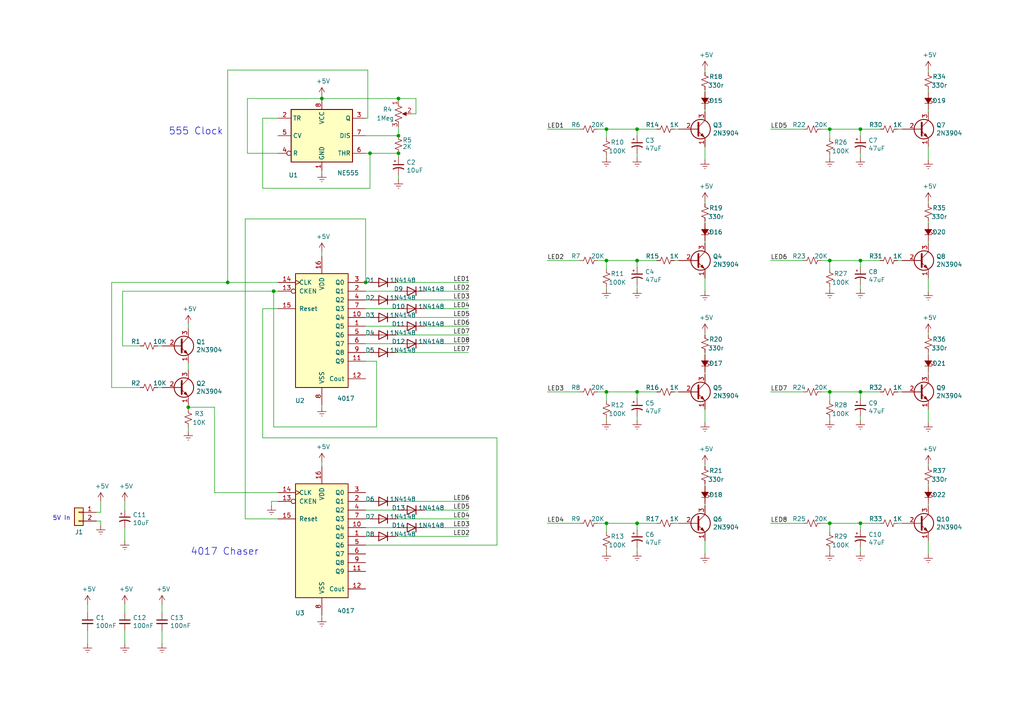
<source format=kicad_sch>
(kicad_sch (version 20250114) (generator "eeschema") (generator_version "9.0")
  (paper "A4")
  (title_block (title "4017 LED Scanner") (date "2020-11-24") (rev "1.0") (company "Gadget Reboot") (comment 1 "https://www.youtube.com/gadgetreboot") (comment 2 "https://github.com/GadgetReboot/4017_LED_Scanner"))
  (text "5V In" (at 15.24 151.13 0) (effects (font (size 1.27 1.27)) (justify left bottom)))
  (text "555 Clock" (at 48.895 39.37 0) (effects (font (size 2.032 2.032)) (justify left bottom)))
  (text "4017 Chaser" (at 55.245 161.29 0) (effects (font (size 2.032 2.032)) (justify left bottom)))
  (junction (at 240.665 75.565))
  (junction (at 184.785 113.665))
  (junction (at 184.785 37.465))
  (junction (at 115.57 39.37))
  (junction (at 115.57 44.45))
  (junction (at 240.665 113.665))
  (junction (at 240.665 37.465))
  (junction (at 79.375 84.455))
  (junction (at 175.895 37.465))
  (junction (at 184.785 75.565))
  (junction (at 249.555 37.465))
  (junction (at 175.895 75.565))
  (junction (at 106.045 81.915))
  (junction (at 249.555 151.765))
  (junction (at 93.345 28.575))
  (junction (at 107.315 44.45))
  (junction (at 54.61 118.11))
  (junction (at 175.895 151.765))
  (junction (at 249.555 75.565))
  (junction (at 249.555 113.665))
  (junction (at 175.895 113.665))
  (junction (at 115.57 28.575))
  (junction (at 184.785 151.765))
  (junction (at 240.665 151.765))
  (junction (at 66.04 81.915))
  (wire (pts (xy 269.24 20.955) (xy 269.24 20.32)))
  (wire (pts (xy 114.935 145.415) (xy 135.89 145.415)))
  (wire (pts (xy 144.145 158.115) (xy 106.045 158.115)))
  (wire (pts (xy 238.125 75.565) (xy 240.665 75.565)))
  (wire (pts (xy 36.195 177.8) (xy 36.195 175.26)))
  (wire (pts (xy 71.755 28.575) (xy 93.345 28.575)))
  (wire (pts (xy 249.555 121.92) (xy 249.555 120.65)))
  (wire (pts (xy 46.99 177.8) (xy 46.99 175.26)))
  (wire (pts (xy 260.35 151.765) (xy 261.62 151.765)))
  (wire (pts (xy 249.555 153.67) (xy 249.555 151.765)))
  (wire (pts (xy 175.895 78.105) (xy 175.895 75.565)))
  (wire (pts (xy 115.57 89.535) (xy 106.045 89.535)))
  (wire (pts (xy 46.99 186.69) (xy 46.99 182.88)))
  (wire (pts (xy 114.935 97.155) (xy 135.89 97.155)))
  (wire (pts (xy 175.895 151.765) (xy 184.785 151.765)))
  (wire (pts (xy 107.315 150.495) (xy 106.045 150.495)))
  (wire (pts (xy 260.35 75.565) (xy 261.62 75.565)))
  (wire (pts (xy 158.75 37.465) (xy 168.275 37.465)))
  (wire (pts (xy 204.47 64.77) (xy 204.47 64.135)))
  (wire (pts (xy 269.24 59.055) (xy 269.24 58.42)))
  (wire (pts (xy 175.895 45.72) (xy 175.895 45.085)))
  (wire (pts (xy 175.895 116.205) (xy 175.895 113.665)))
  (wire (pts (xy 93.345 28.575) (xy 93.345 27.94)))
  (wire (pts (xy 204.47 140.97) (xy 204.47 140.335)))
  (wire (pts (xy 107.315 86.995) (xy 106.045 86.995)))
  (wire (pts (xy 114.935 155.575) (xy 135.89 155.575)))
  (wire (pts (xy 184.785 39.37) (xy 184.785 37.465)))
  (wire (pts (xy 204.47 102.87) (xy 204.47 102.235)))
  (wire (pts (xy 175.895 121.92) (xy 175.895 121.285)))
  (wire (pts (xy 76.2 54.61) (xy 107.315 54.61)))
  (wire (pts (xy 106.68 20.32) (xy 66.04 20.32)))
  (wire (pts (xy 79.375 123.825) (xy 79.375 84.455)))
  (wire (pts (xy 184.785 151.765) (xy 190.5 151.765)))
  (wire (pts (xy 269.24 97.155) (xy 269.24 96.52)))
  (wire (pts (xy 204.47 46.355) (xy 204.47 42.545)))
  (wire (pts (xy 123.19 94.615) (xy 135.89 94.615)))
  (wire (pts (xy 240.665 37.465) (xy 249.555 37.465)))
  (wire (pts (xy 269.24 84.455) (xy 269.24 80.645)))
  (wire (pts (xy 93.345 135.255) (xy 93.345 133.985)))
  (wire (pts (xy 107.315 155.575) (xy 106.045 155.575)))
  (wire (pts (xy 204.47 146.05) (xy 204.47 146.685)))
  (wire (pts (xy 269.24 107.95) (xy 269.24 108.585)))
  (wire (pts (xy 107.315 97.155) (xy 106.045 97.155)))
  (wire (pts (xy 80.645 44.45) (xy 71.755 44.45)))
  (wire (pts (xy 249.555 83.82) (xy 249.555 82.55)))
  (wire (pts (xy 204.47 31.75) (xy 204.47 32.385)))
  (wire (pts (xy 106.68 20.32) (xy 106.68 34.29)))
  (wire (pts (xy 123.19 84.455) (xy 135.89 84.455)))
  (wire (pts (xy 123.19 147.955) (xy 135.89 147.955)))
  (wire (pts (xy 223.52 113.665) (xy 233.045 113.665)))
  (wire (pts (xy 175.895 113.665) (xy 184.785 113.665)))
  (wire (pts (xy 80.645 81.915) (xy 66.04 81.915)))
  (wire (pts (xy 195.58 151.765) (xy 196.85 151.765)))
  (wire (pts (xy 119.38 33.02) (xy 120.65 33.02)))
  (wire (pts (xy 54.61 118.11) (xy 54.61 118.745)))
  (wire (pts (xy 107.315 92.075) (xy 106.045 92.075)))
  (wire (pts (xy 238.125 113.665) (xy 240.665 113.665)))
  (wire (pts (xy 93.345 179.07) (xy 93.345 178.435)))
  (wire (pts (xy 66.04 81.915) (xy 32.385 81.915)))
  (wire (pts (xy 184.785 83.82) (xy 184.785 82.55)))
  (wire (pts (xy 204.47 26.67) (xy 204.47 26.035)))
  (wire (pts (xy 269.24 26.67) (xy 269.24 26.035)))
  (wire (pts (xy 80.645 145.415) (xy 78.74 145.415)))
  (wire (pts (xy 240.665 121.92) (xy 240.665 121.285)))
  (wire (pts (xy 45.72 112.395) (xy 46.99 112.395)))
  (wire (pts (xy 204.47 69.85) (xy 204.47 70.485)))
  (wire (pts (xy 249.555 39.37) (xy 249.555 37.465)))
  (wire (pts (xy 115.57 36.83) (xy 115.57 39.37)))
  (wire (pts (xy 36.195 186.69) (xy 36.195 182.88)))
  (wire (pts (xy 249.555 151.765) (xy 255.27 151.765)))
  (wire (pts (xy 93.345 29.21) (xy 93.345 28.575)))
  (wire (pts (xy 27.94 151.13) (xy 29.21 151.13)))
  (wire (pts (xy 114.935 86.995) (xy 135.89 86.995)))
  (wire (pts (xy 93.345 50.165) (xy 93.345 49.53)))
  (wire (pts (xy 115.57 44.45) (xy 107.315 44.45)))
  (wire (pts (xy 240.665 45.72) (xy 240.665 45.085)))
  (wire (pts (xy 184.785 113.665) (xy 190.5 113.665)))
  (wire (pts (xy 249.555 37.465) (xy 255.27 37.465)))
  (wire (pts (xy 269.24 160.655) (xy 269.24 156.845)))
  (wire (pts (xy 184.785 37.465) (xy 190.5 37.465)))
  (wire (pts (xy 54.61 117.475) (xy 54.61 118.11)))
  (wire (pts (xy 238.125 37.465) (xy 240.665 37.465)))
  (wire (pts (xy 114.935 102.235) (xy 135.89 102.235)))
  (wire (pts (xy 240.665 40.005) (xy 240.665 37.465)))
  (wire (pts (xy 158.75 151.765) (xy 168.275 151.765)))
  (wire (pts (xy 123.19 89.535) (xy 135.89 89.535)))
  (wire (pts (xy 144.145 127) (xy 144.145 158.115)))
  (wire (pts (xy 120.65 28.575) (xy 115.57 28.575)))
  (wire (pts (xy 93.345 74.295) (xy 93.345 73.025)))
  (wire (pts (xy 184.785 160.02) (xy 184.785 158.75)))
  (wire (pts (xy 249.555 45.72) (xy 249.555 44.45)))
  (wire (pts (xy 184.785 77.47) (xy 184.785 75.565)))
  (wire (pts (xy 123.19 99.695) (xy 135.89 99.695)))
  (wire (pts (xy 115.57 99.695) (xy 106.045 99.695)))
  (wire (pts (xy 204.47 59.055) (xy 204.47 58.42)))
  (wire (pts (xy 80.645 34.29) (xy 76.2 34.29)))
  (wire (pts (xy 25.4 177.8) (xy 25.4 175.26)))
  (wire (pts (xy 223.52 151.765) (xy 233.045 151.765)))
  (wire (pts (xy 204.47 135.255) (xy 204.47 134.62)))
  (wire (pts (xy 175.895 37.465) (xy 184.785 37.465)))
  (wire (pts (xy 106.045 39.37) (xy 115.57 39.37)))
  (wire (pts (xy 114.935 92.075) (xy 135.89 92.075)))
  (wire (pts (xy 40.64 100.33) (xy 35.56 100.33)))
  (wire (pts (xy 35.56 84.455) (xy 79.375 84.455)))
  (wire (pts (xy 115.57 52.07) (xy 115.57 50.8)))
  (wire (pts (xy 36.195 156.845) (xy 36.195 153.035)))
  (wire (pts (xy 80.645 150.495) (xy 71.12 150.495)))
  (wire (pts (xy 54.61 125.095) (xy 54.61 123.825)))
  (wire (pts (xy 238.125 151.765) (xy 240.665 151.765)))
  (wire (pts (xy 109.22 104.775) (xy 109.22 123.825)))
  (wire (pts (xy 106.045 63.5) (xy 106.045 81.915)))
  (wire (pts (xy 223.52 37.465) (xy 233.045 37.465)))
  (wire (pts (xy 240.665 160.02) (xy 240.665 159.385)))
  (wire (pts (xy 249.555 77.47) (xy 249.555 75.565)))
  (wire (pts (xy 107.315 81.915) (xy 106.045 81.915)))
  (wire (pts (xy 240.665 154.305) (xy 240.665 151.765)))
  (wire (pts (xy 76.2 89.535) (xy 76.2 127)))
  (wire (pts (xy 204.47 97.155) (xy 204.47 96.52)))
  (wire (pts (xy 62.23 142.875) (xy 62.23 118.11)))
  (wire (pts (xy 107.315 145.415) (xy 106.045 145.415)))
  (wire (pts (xy 240.665 75.565) (xy 249.555 75.565)))
  (wire (pts (xy 109.22 123.825) (xy 79.375 123.825)))
  (wire (pts (xy 54.61 105.41) (xy 54.61 107.315)))
  (wire (pts (xy 115.57 153.035) (xy 106.045 153.035)))
  (wire (pts (xy 32.385 81.915) (xy 32.385 112.395)))
  (wire (pts (xy 173.355 113.665) (xy 175.895 113.665)))
  (wire (pts (xy 173.355 151.765) (xy 175.895 151.765)))
  (wire (pts (xy 115.57 45.72) (xy 115.57 44.45)))
  (wire (pts (xy 115.57 94.615) (xy 106.045 94.615)))
  (wire (pts (xy 175.895 83.82) (xy 175.895 83.185)))
  (wire (pts (xy 32.385 112.395) (xy 40.64 112.395)))
  (wire (pts (xy 173.355 75.565) (xy 175.895 75.565)))
  (wire (pts (xy 29.21 145.415) (xy 29.21 148.59)))
  (wire (pts (xy 260.35 37.465) (xy 261.62 37.465)))
  (wire (pts (xy 107.315 44.45) (xy 107.315 54.61)))
  (wire (pts (xy 184.785 45.72) (xy 184.785 44.45)))
  (wire (pts (xy 269.24 46.355) (xy 269.24 42.545)))
  (wire (pts (xy 269.24 31.75) (xy 269.24 32.385)))
  (wire (pts (xy 269.24 102.87) (xy 269.24 102.235)))
  (wire (pts (xy 120.65 33.02) (xy 120.65 28.575)))
  (wire (pts (xy 269.24 135.255) (xy 269.24 134.62)))
  (wire (pts (xy 115.57 84.455) (xy 106.045 84.455)))
  (wire (pts (xy 204.47 107.95) (xy 204.47 108.585)))
  (wire (pts (xy 175.895 40.005) (xy 175.895 37.465)))
  (wire (pts (xy 114.935 150.495) (xy 135.89 150.495)))
  (wire (pts (xy 269.24 122.555) (xy 269.24 118.745)))
  (wire (pts (xy 158.75 113.665) (xy 168.275 113.665)))
  (wire (pts (xy 29.21 151.13) (xy 29.21 152.4)))
  (wire (pts (xy 106.045 104.775) (xy 109.22 104.775)))
  (wire (pts (xy 269.24 146.05) (xy 269.24 146.685)))
  (wire (pts (xy 114.935 81.915) (xy 135.89 81.915)))
  (wire (pts (xy 173.355 37.465) (xy 175.895 37.465)))
  (wire (pts (xy 175.895 154.305) (xy 175.895 151.765)))
  (wire (pts (xy 249.555 160.02) (xy 249.555 158.75)))
  (wire (pts (xy 260.35 113.665) (xy 261.62 113.665)))
  (wire (pts (xy 223.52 75.565) (xy 233.045 75.565)))
  (wire (pts (xy 71.12 150.495) (xy 71.12 63.5)))
  (wire (pts (xy 78.74 145.415) (xy 78.74 146.685)))
  (wire (pts (xy 195.58 75.565) (xy 196.85 75.565)))
  (wire (pts (xy 45.72 100.33) (xy 46.99 100.33)))
  (wire (pts (xy 76.2 127) (xy 144.145 127)))
  (wire (pts (xy 93.345 28.575) (xy 115.57 28.575)))
  (wire (pts (xy 107.315 44.45) (xy 106.045 44.45)))
  (wire (pts (xy 35.56 100.33) (xy 35.56 84.455)))
  (wire (pts (xy 195.58 37.465) (xy 196.85 37.465)))
  (wire (pts (xy 249.555 75.565) (xy 255.27 75.565)))
  (wire (pts (xy 27.94 148.59) (xy 29.21 148.59)))
  (wire (pts (xy 115.57 29.21) (xy 115.57 28.575)))
  (wire (pts (xy 115.57 147.955) (xy 106.045 147.955)))
  (wire (pts (xy 123.19 153.035) (xy 135.89 153.035)))
  (wire (pts (xy 269.24 140.97) (xy 269.24 140.335)))
  (wire (pts (xy 71.12 63.5) (xy 106.045 63.5)))
  (wire (pts (xy 175.895 75.565) (xy 184.785 75.565)))
  (wire (pts (xy 204.47 122.555) (xy 204.47 118.745)))
  (wire (pts (xy 71.755 44.45) (xy 71.755 28.575)))
  (wire (pts (xy 107.315 102.235) (xy 106.045 102.235)))
  (wire (pts (xy 240.665 83.82) (xy 240.665 83.185)))
  (wire (pts (xy 80.645 142.875) (xy 62.23 142.875)))
  (wire (pts (xy 204.47 84.455) (xy 204.47 80.645)))
  (wire (pts (xy 240.665 116.205) (xy 240.665 113.665)))
  (wire (pts (xy 62.23 118.11) (xy 54.61 118.11)))
  (wire (pts (xy 240.665 151.765) (xy 249.555 151.765)))
  (wire (pts (xy 158.75 75.565) (xy 168.275 75.565)))
  (wire (pts (xy 204.47 160.655) (xy 204.47 156.845)))
  (wire (pts (xy 184.785 121.92) (xy 184.785 120.65)))
  (wire (pts (xy 204.47 20.955) (xy 204.47 20.32)))
  (wire (pts (xy 249.555 115.57) (xy 249.555 113.665)))
  (wire (pts (xy 195.58 113.665) (xy 196.85 113.665)))
  (wire (pts (xy 269.24 64.77) (xy 269.24 64.135)))
  (wire (pts (xy 175.895 160.02) (xy 175.895 159.385)))
  (wire (pts (xy 36.195 147.955) (xy 36.195 145.415)))
  (wire (pts (xy 184.785 115.57) (xy 184.785 113.665)))
  (wire (pts (xy 240.665 113.665) (xy 249.555 113.665)))
  (wire (pts (xy 66.04 20.32) (xy 66.04 81.915)))
  (wire (pts (xy 184.785 153.67) (xy 184.785 151.765)))
  (wire (pts (xy 269.24 69.85) (xy 269.24 70.485)))
  (wire (pts (xy 79.375 84.455) (xy 80.645 84.455)))
  (wire (pts (xy 249.555 113.665) (xy 255.27 113.665)))
  (wire (pts (xy 80.645 89.535) (xy 76.2 89.535)))
  (wire (pts (xy 184.785 75.565) (xy 190.5 75.565)))
  (wire (pts (xy 240.665 78.105) (xy 240.665 75.565)))
  (wire (pts (xy 25.4 186.69) (xy 25.4 182.88)))
  (wire (pts (xy 93.345 118.11) (xy 93.345 117.475)))
  (wire (pts (xy 54.61 93.98) (xy 54.61 95.25)))
  (wire (pts (xy 76.2 34.29) (xy 76.2 54.61)))
  (wire (pts (xy 106.68 34.29) (xy 106.045 34.29)))
  (label "LED1" (at 158.75 37.465 0))
  (label "LED5" (at 223.52 37.465 0))
  (label "LED3" (at 131.445 86.995 0))
  (label "LED3" (at 158.75 113.665 0))
  (label "LED4" (at 158.75 151.765 0))
  (label "LED6" (at 131.445 94.615 0))
  (label "LED4" (at 131.445 150.495 0))
  (label "LED8" (at 223.52 151.765 0))
  (label "LED5" (at 131.445 147.955 0))
  (label "LED7" (at 131.445 97.155 0))
  (label "LED6" (at 223.52 75.565 0))
  (label "LED8" (at 131.445 99.695 0))
  (label "LED2" (at 131.445 84.455 0))
  (label "LED2" (at 158.75 75.565 0))
  (label "LED1" (at 131.445 81.915 0))
  (label "LED7" (at 131.445 102.235 0))
  (label "LED2" (at 131.445 155.575 0))
  (label "LED3" (at 131.445 153.035 0))
  (label "LED7" (at 223.52 113.665 0))
  (label "LED5" (at 131.445 92.075 0))
  (label "LED4" (at 131.445 89.535 0))
  (label "LED6" (at 131.445 145.415 0))
  (symbol (lib_id "4017_LED_Scanner-rescue:LED_Small_ALT-Device") (at 204.47 29.21 270) (mirror x) (unit 1)
    (property "Reference" "D15" (at 207.645 29.21 90))
    (property "Value" "LED_Small_ALT" (effects (hide yes)))
    (property "Footprint" "LED_THT:LED_D5.0mm" (effects (hide yes)))
  )
  (symbol (lib_id "Device:R_Small_US") (at 204.47 23.495 180) (unit 1)
    (property "Reference" "R18" (at 207.645 22.225 0))
    (property "Value" "330r" (at 207.645 24.765 0))
    (property "Footprint" "Resistor_THT:R_Axial_DIN0207_L6.3mm_D2.5mm_P2.54mm_Vertical" (effects (hide yes)))
  )
  (symbol (lib_id "Connector_Generic:Conn_01x02") (at 22.86 148.59 0) (mirror y) (unit 1)
    (property "Reference" "J1" (at 24.13 154.305 0) (effects (justify left)))
    (property "Value" "Conn_01x02" (effects (hide yes)))
    (property "Footprint" "Connector_PinHeader_2.54mm:PinHeader_1x02_P2.54mm_Vertical" (effects (hide yes)))
  )
  (symbol (lib_id "4017_LED_Scanner-rescue:GNDREF-power") (at 29.21 152.4 0) (mirror y) (unit 1)
    (property "Reference" "#PWR01" (effects (hide yes)))
    (property "Value" "GNDREF" (effects (hide yes)))
  )
  (symbol (lib_id "Device:C_Small") (at 25.4 180.34 0) (unit 1)
    (property "Reference" "C1" (at 27.7368 179.1716 0) (effects (justify left)))
    (property "Value" "100nF" (at 27.7368 181.483 0) (effects (justify left)))
    (property "Footprint" "Capacitor_THT:C_Disc_D3.0mm_W1.6mm_P2.50mm" (effects (hide yes)))
  )
  (symbol (lib_id "4017_LED_Scanner-rescue:+5V-power") (at 25.4 175.26 0) (unit 1)
    (property "Reference" "#PWR02" (effects (hide yes)))
    (property "Value" "+5V" (at 25.781 170.8658 0))
  )
  (symbol (lib_id "4017_LED_Scanner-rescue:+5V-power") (at 204.47 20.32 0) (unit 1)
    (property "Reference" "#PWR022" (effects (hide yes)))
    (property "Value" "+5V" (at 204.851 15.9258 0))
  )
  (symbol (lib_id "Transistor_BJT:2N3904") (at 201.93 37.465 0) (unit 1)
    (property "Reference" "Q3" (at 206.756 36.2966 0) (effects (justify left)))
    (property "Value" "2N3904" (at 206.756 38.608 0) (effects (justify left)))
    (property "Footprint" "Package_TO_SOT_THT:TO-92L_Inline" (effects (hide yes)))
    (property "Datasheet" "https://www.fairchildsemi.com/datasheets/2N/2N3904.pdf" (effects (hide yes)))
  )
  (symbol (lib_id "Device:R_Small_US") (at 193.04 37.465 270) (unit 1)
    (property "Reference" "R14" (at 189.23 36.195 90))
    (property "Value" "1K" (at 195.58 36.195 90))
    (property "Footprint" "Resistor_THT:R_Axial_DIN0207_L6.3mm_D2.5mm_P2.54mm_Vertical" (effects (hide yes)))
  )
  (symbol (lib_id "4017_LED_Scanner-rescue:NE555-Timer") (at 93.345 39.37 0) (unit 1)
    (property "Reference" "U1" (at 85.09 50.8 0))
    (property "Value" "NE555" (at 100.965 50.165 0))
    (property "Footprint" "Package_DIP:DIP-8_W7.62mm" (effects (hide yes)))
    (property "Datasheet" "http://www.ti.com/lit/ds/symlink/ne555.pdf" (effects (hide yes)))
  )
  (symbol (lib_id "4xxx:4017") (at 93.345 94.615 0) (unit 1)
    (property "Reference" "U2" (at 86.995 116.205 0))
    (property "Value" "4017" (at 100.33 115.57 0))
    (property "Footprint" "Package_DIP:DIP-16_W7.62mm" (effects (hide yes)))
    (property "Datasheet" "http://www.intersil.com/content/dam/Intersil/documents/cd40/cd4017bms-22bms.pdf" (effects (hide yes)))
  )
  (symbol (lib_id "4xxx:4017") (at 93.345 155.575 0) (unit 1)
    (property "Reference" "U3" (at 86.995 177.8 0))
    (property "Value" "4017" (at 100.33 177.165 0))
    (property "Footprint" "Package_DIP:DIP-16_W7.62mm" (effects (hide yes)))
    (property "Datasheet" "http://www.intersil.com/content/dam/Intersil/documents/cd40/cd4017bms-22bms.pdf" (effects (hide yes)))
  )
  (symbol (lib_id "4017_LED_Scanner-rescue:GNDREF-power") (at 204.47 46.355 0) (mirror y) (unit 1)
    (property "Reference" "#PWR023" (effects (hide yes)))
    (property "Value" "GNDREF" (effects (hide yes)))
  )
  (symbol (lib_id "4017_LED_Scanner-rescue:CP1_Small-Device") (at 184.785 41.91 0) (unit 1)
    (property "Reference" "C3" (at 187.0964 40.7416 0) (effects (justify left)))
    (property "Value" "47uF" (at 187.0964 43.053 0) (effects (justify left)))
    (property "Footprint" "Capacitor_THT:CP_Radial_D5.0mm_P2.50mm" (effects (hide yes)))
  )
  (symbol (lib_id "Diode:1N4148") (at 111.125 81.915 180) (unit 1)
    (property "Reference" "D1" (at 107.315 81.28 0))
    (property "Value" "1N4148" (at 116.84 81.28 0))
    (property "Footprint" "Diode_THT:D_DO-35_SOD27_P3.81mm_Vertical_KathodeUp" (effects (hide yes)))
    (property "Datasheet" "https://assets.nexperia.com/documents/data-sheet/1N4148_1N4448.pdf" (effects (hide yes)))
  )
  (symbol (lib_id "4017_LED_Scanner-rescue:GNDREF-power") (at 184.785 45.72 0) (mirror y) (unit 1)
    (property "Reference" "#PWR018" (effects (hide yes)))
    (property "Value" "GNDREF" (effects (hide yes)))
  )
  (symbol (lib_id "Device:R_Small_US") (at 170.815 37.465 270) (unit 1)
    (property "Reference" "R6" (at 167.005 36.195 90))
    (property "Value" "20K" (at 173.355 36.195 90))
    (property "Footprint" "Resistor_THT:R_Axial_DIN0207_L6.3mm_D2.5mm_P2.54mm_Vertical" (effects (hide yes)))
  )
  (symbol (lib_id "Device:R_Small_US") (at 175.895 42.545 180) (unit 1)
    (property "Reference" "R10" (at 179.07 41.275 0))
    (property "Value" "100K" (at 179.07 43.815 0))
    (property "Footprint" "Resistor_THT:R_Axial_DIN0207_L6.3mm_D2.5mm_P2.54mm_Vertical" (effects (hide yes)))
  )
  (symbol (lib_id "4017_LED_Scanner-rescue:GNDREF-power") (at 175.895 45.72 0) (mirror y) (unit 1)
    (property "Reference" "#PWR014" (effects (hide yes)))
    (property "Value" "GNDREF" (effects (hide yes)))
  )
  (symbol (lib_id "Diode:1N4148") (at 119.38 84.455 180) (unit 1)
    (property "Reference" "D9" (at 115.57 83.82 0))
    (property "Value" "1N4148" (at 125.095 83.82 0))
    (property "Footprint" "Diode_THT:D_DO-35_SOD27_P3.81mm_Vertical_KathodeUp" (effects (hide yes)))
    (property "Datasheet" "https://assets.nexperia.com/documents/data-sheet/1N4148_1N4448.pdf" (effects (hide yes)))
  )
  (symbol (lib_id "Diode:1N4148") (at 111.125 86.995 180) (unit 1)
    (property "Reference" "D2" (at 107.315 86.36 0))
    (property "Value" "1N4148" (at 116.84 86.36 0))
    (property "Footprint" "Diode_THT:D_DO-35_SOD27_P3.81mm_Vertical_KathodeUp" (effects (hide yes)))
    (property "Datasheet" "https://assets.nexperia.com/documents/data-sheet/1N4148_1N4448.pdf" (effects (hide yes)))
  )
  (symbol (lib_id "Diode:1N4148") (at 119.38 89.535 180) (unit 1)
    (property "Reference" "D10" (at 115.57 88.9 0))
    (property "Value" "1N4148" (at 125.095 88.9 0))
    (property "Footprint" "Diode_THT:D_DO-35_SOD27_P3.81mm_Vertical_KathodeUp" (effects (hide yes)))
    (property "Datasheet" "https://assets.nexperia.com/documents/data-sheet/1N4148_1N4448.pdf" (effects (hide yes)))
  )
  (symbol (lib_id "Diode:1N4148") (at 111.125 92.075 180) (unit 1)
    (property "Reference" "D3" (at 107.315 91.44 0))
    (property "Value" "1N4148" (at 116.84 91.44 0))
    (property "Footprint" "Diode_THT:D_DO-35_SOD27_P3.81mm_Vertical_KathodeUp" (effects (hide yes)))
    (property "Datasheet" "https://assets.nexperia.com/documents/data-sheet/1N4148_1N4448.pdf" (effects (hide yes)))
  )
  (symbol (lib_id "Diode:1N4148") (at 119.38 94.615 180) (unit 1)
    (property "Reference" "D11" (at 115.57 93.98 0))
    (property "Value" "1N4148" (at 125.095 93.98 0))
    (property "Footprint" "Diode_THT:D_DO-35_SOD27_P3.81mm_Vertical_KathodeUp" (effects (hide yes)))
    (property "Datasheet" "https://assets.nexperia.com/documents/data-sheet/1N4148_1N4448.pdf" (effects (hide yes)))
  )
  (symbol (lib_id "Diode:1N4148") (at 111.125 97.155 180) (unit 1)
    (property "Reference" "D4" (at 107.315 96.52 0))
    (property "Value" "1N4148" (at 116.84 96.52 0))
    (property "Footprint" "Diode_THT:D_DO-35_SOD27_P3.81mm_Vertical_KathodeUp" (effects (hide yes)))
    (property "Datasheet" "https://assets.nexperia.com/documents/data-sheet/1N4148_1N4448.pdf" (effects (hide yes)))
  )
  (symbol (lib_id "Diode:1N4148") (at 119.38 99.695 180) (unit 1)
    (property "Reference" "D12" (at 115.57 99.06 0))
    (property "Value" "1N4148" (at 125.095 99.06 0))
    (property "Footprint" "Diode_THT:D_DO-35_SOD27_P3.81mm_Vertical_KathodeUp" (effects (hide yes)))
    (property "Datasheet" "https://assets.nexperia.com/documents/data-sheet/1N4148_1N4448.pdf" (effects (hide yes)))
  )
  (symbol (lib_id "Diode:1N4148") (at 111.125 102.235 180) (unit 1)
    (property "Reference" "D5" (at 107.315 101.6 0))
    (property "Value" "1N4148" (at 116.84 101.6 0))
    (property "Footprint" "Diode_THT:D_DO-35_SOD27_P3.81mm_Vertical_KathodeUp" (effects (hide yes)))
    (property "Datasheet" "https://assets.nexperia.com/documents/data-sheet/1N4148_1N4448.pdf" (effects (hide yes)))
  )
  (symbol (lib_id "4017_LED_Scanner-rescue:+5V-power") (at 29.21 145.415 0) (unit 1)
    (property "Reference" "#PWR0101" (effects (hide yes)))
    (property "Value" "+5V" (at 29.591 141.0208 0))
  )
  (symbol (lib_id "Device:C_Small") (at 36.195 180.34 0) (unit 1)
    (property "Reference" "C12" (at 38.5318 179.1716 0) (effects (justify left)))
    (property "Value" "100nF" (at 38.5318 181.483 0) (effects (justify left)))
    (property "Footprint" "Capacitor_THT:C_Disc_D3.0mm_W1.6mm_P2.50mm" (effects (hide yes)))
  )
  (symbol (lib_id "4017_LED_Scanner-rescue:+5V-power") (at 36.195 175.26 0) (unit 1)
    (property "Reference" "#PWR0102" (effects (hide yes)))
    (property "Value" "+5V" (at 36.576 170.8658 0))
  )
  (symbol (lib_id "4017_LED_Scanner-rescue:GNDREF-power") (at 36.195 186.69 0) (mirror y) (unit 1)
    (property "Reference" "#PWR0103" (effects (hide yes)))
    (property "Value" "GNDREF" (effects (hide yes)))
  )
  (symbol (lib_id "Diode:1N4148") (at 111.125 145.415 180) (unit 1)
    (property "Reference" "D6" (at 107.315 144.78 0))
    (property "Value" "1N4148" (at 116.84 144.78 0))
    (property "Footprint" "Diode_THT:D_DO-35_SOD27_P3.81mm_Vertical_KathodeUp" (effects (hide yes)))
    (property "Datasheet" "https://assets.nexperia.com/documents/data-sheet/1N4148_1N4448.pdf" (effects (hide yes)))
  )
  (symbol (lib_id "Diode:1N4148") (at 119.38 147.955 180) (unit 1)
    (property "Reference" "D13" (at 115.57 147.32 0))
    (property "Value" "1N4148" (at 125.095 147.32 0))
    (property "Footprint" "Diode_THT:D_DO-35_SOD27_P3.81mm_Vertical_KathodeUp" (effects (hide yes)))
    (property "Datasheet" "https://assets.nexperia.com/documents/data-sheet/1N4148_1N4448.pdf" (effects (hide yes)))
  )
  (symbol (lib_id "Diode:1N4148") (at 111.125 150.495 180) (unit 1)
    (property "Reference" "D7" (at 107.315 149.86 0))
    (property "Value" "1N4148" (at 116.84 149.86 0))
    (property "Footprint" "Diode_THT:D_DO-35_SOD27_P3.81mm_Vertical_KathodeUp" (effects (hide yes)))
    (property "Datasheet" "https://assets.nexperia.com/documents/data-sheet/1N4148_1N4448.pdf" (effects (hide yes)))
  )
  (symbol (lib_id "Diode:1N4148") (at 119.38 153.035 180) (unit 1)
    (property "Reference" "D14" (at 115.57 152.4 0))
    (property "Value" "1N4148" (at 125.095 152.4 0))
    (property "Footprint" "Diode_THT:D_DO-35_SOD27_P3.81mm_Vertical_KathodeUp" (effects (hide yes)))
    (property "Datasheet" "https://assets.nexperia.com/documents/data-sheet/1N4148_1N4448.pdf" (effects (hide yes)))
  )
  (symbol (lib_id "Diode:1N4148") (at 111.125 155.575 180) (unit 1)
    (property "Reference" "D8" (at 107.315 154.94 0))
    (property "Value" "1N4148" (at 116.84 154.94 0))
    (property "Footprint" "Diode_THT:D_DO-35_SOD27_P3.81mm_Vertical_KathodeUp" (effects (hide yes)))
    (property "Datasheet" "https://assets.nexperia.com/documents/data-sheet/1N4148_1N4448.pdf" (effects (hide yes)))
  )
  (symbol (lib_id "Device:C_Small") (at 46.99 180.34 0) (unit 1)
    (property "Reference" "C13" (at 49.3268 179.1716 0) (effects (justify left)))
    (property "Value" "100nF" (at 49.3268 181.483 0) (effects (justify left)))
    (property "Footprint" "Capacitor_THT:C_Disc_D3.0mm_W1.6mm_P2.50mm" (effects (hide yes)))
  )
  (symbol (lib_id "4017_LED_Scanner-rescue:+5V-power") (at 46.99 175.26 0) (unit 1)
    (property "Reference" "#PWR0104" (effects (hide yes)))
    (property "Value" "+5V" (at 47.371 170.8658 0))
  )
  (symbol (lib_id "4017_LED_Scanner-rescue:GNDREF-power") (at 46.99 186.69 0) (mirror y) (unit 1)
    (property "Reference" "#PWR0105" (effects (hide yes)))
    (property "Value" "GNDREF" (effects (hide yes)))
  )
  (symbol (lib_id "4017_LED_Scanner-rescue:LED_Small_ALT-Device") (at 269.24 29.21 270) (mirror x) (unit 1)
    (property "Reference" "D19" (at 272.415 29.21 90))
    (property "Value" "LED_Small_ALT" (effects (hide yes)))
    (property "Footprint" "LED_THT:LED_D5.0mm" (effects (hide yes)))
  )
  (symbol (lib_id "Device:R_Small_US") (at 269.24 23.495 180) (unit 1)
    (property "Reference" "R34" (at 272.415 22.225 0))
    (property "Value" "330r" (at 272.415 24.765 0))
    (property "Footprint" "Resistor_THT:R_Axial_DIN0207_L6.3mm_D2.5mm_P2.54mm_Vertical" (effects (hide yes)))
  )
  (symbol (lib_id "4017_LED_Scanner-rescue:+5V-power") (at 269.24 20.32 0) (unit 1)
    (property "Reference" "#PWR038" (effects (hide yes)))
    (property "Value" "+5V" (at 269.621 15.9258 0))
  )
  (symbol (lib_id "Transistor_BJT:2N3904") (at 266.7 37.465 0) (unit 1)
    (property "Reference" "Q7" (at 271.526 36.2966 0) (effects (justify left)))
    (property "Value" "2N3904" (at 271.526 38.608 0) (effects (justify left)))
    (property "Footprint" "Package_TO_SOT_THT:TO-92L_Inline" (effects (hide yes)))
    (property "Datasheet" "https://www.fairchildsemi.com/datasheets/2N/2N3904.pdf" (effects (hide yes)))
  )
  (symbol (lib_id "Device:R_Small_US") (at 257.81 37.465 270) (unit 1)
    (property "Reference" "R30" (at 254 36.195 90))
    (property "Value" "1K" (at 260.35 36.195 90))
    (property "Footprint" "Resistor_THT:R_Axial_DIN0207_L6.3mm_D2.5mm_P2.54mm_Vertical" (effects (hide yes)))
  )
  (symbol (lib_id "4017_LED_Scanner-rescue:GNDREF-power") (at 269.24 46.355 0) (mirror y) (unit 1)
    (property "Reference" "#PWR039" (effects (hide yes)))
    (property "Value" "GNDREF" (effects (hide yes)))
  )
  (symbol (lib_id "4017_LED_Scanner-rescue:CP1_Small-Device") (at 249.555 41.91 0) (unit 1)
    (property "Reference" "C7" (at 251.8664 40.7416 0) (effects (justify left)))
    (property "Value" "47uF" (at 251.8664 43.053 0) (effects (justify left)))
    (property "Footprint" "Capacitor_THT:CP_Radial_D5.0mm_P2.50mm" (effects (hide yes)))
  )
  (symbol (lib_id "4017_LED_Scanner-rescue:GNDREF-power") (at 249.555 45.72 0) (mirror y) (unit 1)
    (property "Reference" "#PWR034" (effects (hide yes)))
    (property "Value" "GNDREF" (effects (hide yes)))
  )
  (symbol (lib_id "Device:R_Small_US") (at 235.585 37.465 270) (unit 1)
    (property "Reference" "R22" (at 231.775 36.195 90))
    (property "Value" "20K" (at 238.125 36.195 90))
    (property "Footprint" "Resistor_THT:R_Axial_DIN0207_L6.3mm_D2.5mm_P2.54mm_Vertical" (effects (hide yes)))
  )
  (symbol (lib_id "Device:R_Small_US") (at 240.665 42.545 180) (unit 1)
    (property "Reference" "R26" (at 243.84 41.275 0))
    (property "Value" "100K" (at 243.84 43.815 0))
    (property "Footprint" "Resistor_THT:R_Axial_DIN0207_L6.3mm_D2.5mm_P2.54mm_Vertical" (effects (hide yes)))
  )
  (symbol (lib_id "4017_LED_Scanner-rescue:GNDREF-power") (at 240.665 45.72 0) (mirror y) (unit 1)
    (property "Reference" "#PWR030" (effects (hide yes)))
    (property "Value" "GNDREF" (effects (hide yes)))
  )
  (symbol (lib_id "4017_LED_Scanner-rescue:+5V-power") (at 36.195 145.415 0) (unit 1)
    (property "Reference" "#PWR0106" (effects (hide yes)))
    (property "Value" "+5V" (at 36.576 141.0208 0))
  )
  (symbol (lib_id "4017_LED_Scanner-rescue:GNDREF-power") (at 36.195 156.845 0) (mirror y) (unit 1)
    (property "Reference" "#PWR0107" (effects (hide yes)))
    (property "Value" "GNDREF" (effects (hide yes)))
  )
  (symbol (lib_id "4017_LED_Scanner-rescue:LED_Small_ALT-Device") (at 204.47 67.31 270) (mirror x) (unit 1)
    (property "Reference" "D16" (at 207.645 67.31 90))
    (property "Value" "LED_Small_ALT" (effects (hide yes)))
    (property "Footprint" "LED_THT:LED_D5.0mm" (effects (hide yes)))
  )
  (symbol (lib_id "Device:R_Small_US") (at 204.47 61.595 180) (unit 1)
    (property "Reference" "R19" (at 207.645 60.325 0))
    (property "Value" "330r" (at 207.645 62.865 0))
    (property "Footprint" "Resistor_THT:R_Axial_DIN0207_L6.3mm_D2.5mm_P2.54mm_Vertical" (effects (hide yes)))
  )
  (symbol (lib_id "4017_LED_Scanner-rescue:+5V-power") (at 204.47 58.42 0) (unit 1)
    (property "Reference" "#PWR024" (effects (hide yes)))
    (property "Value" "+5V" (at 204.851 54.0258 0))
  )
  (symbol (lib_id "Transistor_BJT:2N3904") (at 201.93 75.565 0) (unit 1)
    (property "Reference" "Q4" (at 206.756 74.3966 0) (effects (justify left)))
    (property "Value" "2N3904" (at 206.756 76.708 0) (effects (justify left)))
    (property "Footprint" "Package_TO_SOT_THT:TO-92L_Inline" (effects (hide yes)))
    (property "Datasheet" "https://www.fairchildsemi.com/datasheets/2N/2N3904.pdf" (effects (hide yes)))
  )
  (symbol (lib_id "Device:R_Small_US") (at 193.04 75.565 270) (unit 1)
    (property "Reference" "R15" (at 189.23 74.295 90))
    (property "Value" "1K" (at 195.58 74.295 90))
    (property "Footprint" "Resistor_THT:R_Axial_DIN0207_L6.3mm_D2.5mm_P2.54mm_Vertical" (effects (hide yes)))
  )
  (symbol (lib_id "4017_LED_Scanner-rescue:GNDREF-power") (at 204.47 84.455 0) (mirror y) (unit 1)
    (property "Reference" "#PWR025" (effects (hide yes)))
    (property "Value" "GNDREF" (effects (hide yes)))
  )
  (symbol (lib_id "4017_LED_Scanner-rescue:CP1_Small-Device") (at 184.785 80.01 0) (unit 1)
    (property "Reference" "C4" (at 187.0964 78.8416 0) (effects (justify left)))
    (property "Value" "47uF" (at 187.0964 81.153 0) (effects (justify left)))
    (property "Footprint" "Capacitor_THT:CP_Radial_D5.0mm_P2.50mm" (effects (hide yes)))
  )
  (symbol (lib_id "4017_LED_Scanner-rescue:GNDREF-power") (at 184.785 83.82 0) (mirror y) (unit 1)
    (property "Reference" "#PWR019" (effects (hide yes)))
    (property "Value" "GNDREF" (effects (hide yes)))
  )
  (symbol (lib_id "Device:R_Small_US") (at 170.815 75.565 270) (unit 1)
    (property "Reference" "R7" (at 167.005 74.295 90))
    (property "Value" "20K" (at 173.355 74.295 90))
    (property "Footprint" "Resistor_THT:R_Axial_DIN0207_L6.3mm_D2.5mm_P2.54mm_Vertical" (effects (hide yes)))
  )
  (symbol (lib_id "Device:R_Small_US") (at 175.895 80.645 180) (unit 1)
    (property "Reference" "R11" (at 179.07 79.375 0))
    (property "Value" "100K" (at 179.07 81.915 0))
    (property "Footprint" "Resistor_THT:R_Axial_DIN0207_L6.3mm_D2.5mm_P2.54mm_Vertical" (effects (hide yes)))
  )
  (symbol (lib_id "4017_LED_Scanner-rescue:GNDREF-power") (at 175.895 83.82 0) (mirror y) (unit 1)
    (property "Reference" "#PWR015" (effects (hide yes)))
    (property "Value" "GNDREF" (effects (hide yes)))
  )
  (symbol (lib_id "4017_LED_Scanner-rescue:LED_Small_ALT-Device") (at 269.24 67.31 270) (mirror x) (unit 1)
    (property "Reference" "D20" (at 272.415 67.31 90))
    (property "Value" "LED_Small_ALT" (effects (hide yes)))
    (property "Footprint" "LED_THT:LED_D5.0mm" (effects (hide yes)))
  )
  (symbol (lib_id "Device:R_Small_US") (at 269.24 61.595 180) (unit 1)
    (property "Reference" "R35" (at 272.415 60.325 0))
    (property "Value" "330r" (at 272.415 62.865 0))
    (property "Footprint" "Resistor_THT:R_Axial_DIN0207_L6.3mm_D2.5mm_P2.54mm_Vertical" (effects (hide yes)))
  )
  (symbol (lib_id "4017_LED_Scanner-rescue:+5V-power") (at 269.24 58.42 0) (unit 1)
    (property "Reference" "#PWR040" (effects (hide yes)))
    (property "Value" "+5V" (at 269.621 54.0258 0))
  )
  (symbol (lib_id "Transistor_BJT:2N3904") (at 266.7 75.565 0) (unit 1)
    (property "Reference" "Q8" (at 271.526 74.3966 0) (effects (justify left)))
    (property "Value" "2N3904" (at 271.526 76.708 0) (effects (justify left)))
    (property "Footprint" "Package_TO_SOT_THT:TO-92L_Inline" (effects (hide yes)))
    (property "Datasheet" "https://www.fairchildsemi.com/datasheets/2N/2N3904.pdf" (effects (hide yes)))
  )
  (symbol (lib_id "Device:R_Small_US") (at 257.81 75.565 270) (unit 1)
    (property "Reference" "R31" (at 254 74.295 90))
    (property "Value" "1K" (at 260.35 74.295 90))
    (property "Footprint" "Resistor_THT:R_Axial_DIN0207_L6.3mm_D2.5mm_P2.54mm_Vertical" (effects (hide yes)))
  )
  (symbol (lib_id "4017_LED_Scanner-rescue:GNDREF-power") (at 269.24 84.455 0) (mirror y) (unit 1)
    (property "Reference" "#PWR041" (effects (hide yes)))
    (property "Value" "GNDREF" (effects (hide yes)))
  )
  (symbol (lib_id "4017_LED_Scanner-rescue:CP1_Small-Device") (at 249.555 80.01 0) (unit 1)
    (property "Reference" "C8" (at 251.8664 78.8416 0) (effects (justify left)))
    (property "Value" "47uF" (at 251.8664 81.153 0) (effects (justify left)))
    (property "Footprint" "Capacitor_THT:CP_Radial_D5.0mm_P2.50mm" (effects (hide yes)))
  )
  (symbol (lib_id "4017_LED_Scanner-rescue:GNDREF-power") (at 249.555 83.82 0) (mirror y) (unit 1)
    (property "Reference" "#PWR035" (effects (hide yes)))
    (property "Value" "GNDREF" (effects (hide yes)))
  )
  (symbol (lib_id "Device:R_Small_US") (at 235.585 75.565 270) (unit 1)
    (property "Reference" "R23" (at 231.775 74.295 90))
    (property "Value" "20K" (at 238.125 74.295 90))
    (property "Footprint" "Resistor_THT:R_Axial_DIN0207_L6.3mm_D2.5mm_P2.54mm_Vertical" (effects (hide yes)))
  )
  (symbol (lib_id "Device:R_Small_US") (at 240.665 80.645 180) (unit 1)
    (property "Reference" "R27" (at 243.84 79.375 0))
    (property "Value" "100K" (at 243.84 81.915 0))
    (property "Footprint" "Resistor_THT:R_Axial_DIN0207_L6.3mm_D2.5mm_P2.54mm_Vertical" (effects (hide yes)))
  )
  (symbol (lib_id "4017_LED_Scanner-rescue:GNDREF-power") (at 240.665 83.82 0) (mirror y) (unit 1)
    (property "Reference" "#PWR031" (effects (hide yes)))
    (property "Value" "GNDREF" (effects (hide yes)))
  )
  (symbol (lib_id "4017_LED_Scanner-rescue:CP1_Small-Device") (at 36.195 150.495 0) (unit 1)
    (property "Reference" "C11" (at 38.5064 149.3266 0) (effects (justify left)))
    (property "Value" "10uF" (at 38.5064 151.638 0) (effects (justify left)))
    (property "Footprint" "Capacitor_THT:CP_Radial_D5.0mm_P2.50mm" (effects (hide yes)))
  )
  (symbol (lib_id "4017_LED_Scanner-rescue:LED_Small_ALT-Device") (at 204.47 105.41 270) (mirror x) (unit 1)
    (property "Reference" "D17" (at 207.645 105.41 90))
    (property "Value" "LED_Small_ALT" (effects (hide yes)))
    (property "Footprint" "LED_THT:LED_D5.0mm" (effects (hide yes)))
  )
  (symbol (lib_id "Device:R_Small_US") (at 204.47 99.695 180) (unit 1)
    (property "Reference" "R20" (at 207.645 98.425 0))
    (property "Value" "330r" (at 207.645 100.965 0))
    (property "Footprint" "Resistor_THT:R_Axial_DIN0207_L6.3mm_D2.5mm_P2.54mm_Vertical" (effects (hide yes)))
  )
  (symbol (lib_id "4017_LED_Scanner-rescue:+5V-power") (at 204.47 96.52 0) (unit 1)
    (property "Reference" "#PWR026" (effects (hide yes)))
    (property "Value" "+5V" (at 204.851 92.1258 0))
  )
  (symbol (lib_id "Transistor_BJT:2N3904") (at 201.93 113.665 0) (unit 1)
    (property "Reference" "Q5" (at 206.756 112.4966 0) (effects (justify left)))
    (property "Value" "2N3904" (at 206.756 114.808 0) (effects (justify left)))
    (property "Footprint" "Package_TO_SOT_THT:TO-92L_Inline" (effects (hide yes)))
    (property "Datasheet" "https://www.fairchildsemi.com/datasheets/2N/2N3904.pdf" (effects (hide yes)))
  )
  (symbol (lib_id "Device:R_Small_US") (at 193.04 113.665 270) (unit 1)
    (property "Reference" "R16" (at 189.23 112.395 90))
    (property "Value" "1K" (at 195.58 112.395 90))
    (property "Footprint" "Resistor_THT:R_Axial_DIN0207_L6.3mm_D2.5mm_P2.54mm_Vertical" (effects (hide yes)))
  )
  (symbol (lib_id "4017_LED_Scanner-rescue:GNDREF-power") (at 204.47 122.555 0) (mirror y) (unit 1)
    (property "Reference" "#PWR027" (effects (hide yes)))
    (property "Value" "GNDREF" (effects (hide yes)))
  )
  (symbol (lib_id "4017_LED_Scanner-rescue:CP1_Small-Device") (at 184.785 118.11 0) (unit 1)
    (property "Reference" "C5" (at 187.0964 116.9416 0) (effects (justify left)))
    (property "Value" "47uF" (at 187.0964 119.253 0) (effects (justify left)))
    (property "Footprint" "Capacitor_THT:CP_Radial_D5.0mm_P2.50mm" (effects (hide yes)))
  )
  (symbol (lib_id "4017_LED_Scanner-rescue:GNDREF-power") (at 184.785 121.92 0) (mirror y) (unit 1)
    (property "Reference" "#PWR020" (effects (hide yes)))
    (property "Value" "GNDREF" (effects (hide yes)))
  )
  (symbol (lib_id "Device:R_Small_US") (at 170.815 113.665 270) (unit 1)
    (property "Reference" "R8" (at 167.005 112.395 90))
    (property "Value" "20K" (at 173.355 112.395 90))
    (property "Footprint" "Resistor_THT:R_Axial_DIN0207_L6.3mm_D2.5mm_P2.54mm_Vertical" (effects (hide yes)))
  )
  (symbol (lib_id "Device:R_Small_US") (at 175.895 118.745 180) (unit 1)
    (property "Reference" "R12" (at 179.07 117.475 0))
    (property "Value" "100K" (at 179.07 120.015 0))
    (property "Footprint" "Resistor_THT:R_Axial_DIN0207_L6.3mm_D2.5mm_P2.54mm_Vertical" (effects (hide yes)))
  )
  (symbol (lib_id "4017_LED_Scanner-rescue:GNDREF-power") (at 175.895 121.92 0) (mirror y) (unit 1)
    (property "Reference" "#PWR016" (effects (hide yes)))
    (property "Value" "GNDREF" (effects (hide yes)))
  )
  (symbol (lib_id "4017_LED_Scanner-rescue:LED_Small_ALT-Device") (at 269.24 105.41 270) (mirror x) (unit 1)
    (property "Reference" "D21" (at 272.415 105.41 90))
    (property "Value" "LED_Small_ALT" (effects (hide yes)))
    (property "Footprint" "LED_THT:LED_D5.0mm" (effects (hide yes)))
  )
  (symbol (lib_id "Device:R_Small_US") (at 269.24 99.695 180) (unit 1)
    (property "Reference" "R36" (at 272.415 98.425 0))
    (property "Value" "330r" (at 272.415 100.965 0))
    (property "Footprint" "Resistor_THT:R_Axial_DIN0207_L6.3mm_D2.5mm_P2.54mm_Vertical" (effects (hide yes)))
  )
  (symbol (lib_id "4017_LED_Scanner-rescue:+5V-power") (at 269.24 96.52 0) (unit 1)
    (property "Reference" "#PWR042" (effects (hide yes)))
    (property "Value" "+5V" (at 269.621 92.1258 0))
  )
  (symbol (lib_id "Transistor_BJT:2N3904") (at 266.7 113.665 0) (unit 1)
    (property "Reference" "Q9" (at 271.526 112.4966 0) (effects (justify left)))
    (property "Value" "2N3904" (at 271.526 114.808 0) (effects (justify left)))
    (property "Footprint" "Package_TO_SOT_THT:TO-92L_Inline" (effects (hide yes)))
    (property "Datasheet" "https://www.fairchildsemi.com/datasheets/2N/2N3904.pdf" (effects (hide yes)))
  )
  (symbol (lib_id "Device:R_Small_US") (at 257.81 113.665 270) (unit 1)
    (property "Reference" "R32" (at 254 112.395 90))
    (property "Value" "1K" (at 260.35 112.395 90))
    (property "Footprint" "Resistor_THT:R_Axial_DIN0207_L6.3mm_D2.5mm_P2.54mm_Vertical" (effects (hide yes)))
  )
  (symbol (lib_id "4017_LED_Scanner-rescue:GNDREF-power") (at 269.24 122.555 0) (mirror y) (unit 1)
    (property "Reference" "#PWR043" (effects (hide yes)))
    (property "Value" "GNDREF" (effects (hide yes)))
  )
  (symbol (lib_id "4017_LED_Scanner-rescue:CP1_Small-Device") (at 249.555 118.11 0) (unit 1)
    (property "Reference" "C9" (at 251.8664 116.9416 0) (effects (justify left)))
    (property "Value" "47uF" (at 251.8664 119.253 0) (effects (justify left)))
    (property "Footprint" "Capacitor_THT:CP_Radial_D5.0mm_P2.50mm" (effects (hide yes)))
  )
  (symbol (lib_id "4017_LED_Scanner-rescue:GNDREF-power") (at 249.555 121.92 0) (mirror y) (unit 1)
    (property "Reference" "#PWR036" (effects (hide yes)))
    (property "Value" "GNDREF" (effects (hide yes)))
  )
  (symbol (lib_id "Device:R_Small_US") (at 235.585 113.665 270) (unit 1)
    (property "Reference" "R24" (at 231.775 112.395 90))
    (property "Value" "20K" (at 238.125 112.395 90))
    (property "Footprint" "Resistor_THT:R_Axial_DIN0207_L6.3mm_D2.5mm_P2.54mm_Vertical" (effects (hide yes)))
  )
  (symbol (lib_id "Device:R_Small_US") (at 240.665 118.745 180) (unit 1)
    (property "Reference" "R28" (at 243.84 117.475 0))
    (property "Value" "100K" (at 243.84 120.015 0))
    (property "Footprint" "Resistor_THT:R_Axial_DIN0207_L6.3mm_D2.5mm_P2.54mm_Vertical" (effects (hide yes)))
  )
  (symbol (lib_id "4017_LED_Scanner-rescue:GNDREF-power") (at 240.665 121.92 0) (mirror y) (unit 1)
    (property "Reference" "#PWR032" (effects (hide yes)))
    (property "Value" "GNDREF" (effects (hide yes)))
  )
  (symbol (lib_id "4017_LED_Scanner-rescue:LED_Small_ALT-Device") (at 204.47 143.51 270) (mirror x) (unit 1)
    (property "Reference" "D18" (at 207.645 143.51 90))
    (property "Value" "LED_Small_ALT" (effects (hide yes)))
    (property "Footprint" "LED_THT:LED_D5.0mm" (effects (hide yes)))
  )
  (symbol (lib_id "Device:R_Small_US") (at 204.47 137.795 180) (unit 1)
    (property "Reference" "R21" (at 207.645 136.525 0))
    (property "Value" "330r" (at 207.645 139.065 0))
    (property "Footprint" "Resistor_THT:R_Axial_DIN0207_L6.3mm_D2.5mm_P2.54mm_Vertical" (effects (hide yes)))
  )
  (symbol (lib_id "4017_LED_Scanner-rescue:+5V-power") (at 204.47 134.62 0) (unit 1)
    (property "Reference" "#PWR028" (effects (hide yes)))
    (property "Value" "+5V" (at 204.851 130.2258 0))
  )
  (symbol (lib_id "Transistor_BJT:2N3904") (at 201.93 151.765 0) (unit 1)
    (property "Reference" "Q6" (at 206.756 150.5966 0) (effects (justify left)))
    (property "Value" "2N3904" (at 206.756 152.908 0) (effects (justify left)))
    (property "Footprint" "Package_TO_SOT_THT:TO-92L_Inline" (effects (hide yes)))
    (property "Datasheet" "https://www.fairchildsemi.com/datasheets/2N/2N3904.pdf" (effects (hide yes)))
  )
  (symbol (lib_id "Device:R_Small_US") (at 193.04 151.765 270) (unit 1)
    (property "Reference" "R17" (at 189.23 150.495 90))
    (property "Value" "1K" (at 195.58 150.495 90))
    (property "Footprint" "Resistor_THT:R_Axial_DIN0207_L6.3mm_D2.5mm_P2.54mm_Vertical" (effects (hide yes)))
  )
  (symbol (lib_id "4017_LED_Scanner-rescue:GNDREF-power") (at 204.47 160.655 0) (mirror y) (unit 1)
    (property "Reference" "#PWR029" (effects (hide yes)))
    (property "Value" "GNDREF" (effects (hide yes)))
  )
  (symbol (lib_id "4017_LED_Scanner-rescue:CP1_Small-Device") (at 184.785 156.21 0) (unit 1)
    (property "Reference" "C6" (at 187.0964 155.0416 0) (effects (justify left)))
    (property "Value" "47uF" (at 187.0964 157.353 0) (effects (justify left)))
    (property "Footprint" "Capacitor_THT:CP_Radial_D5.0mm_P2.50mm" (effects (hide yes)))
  )
  (symbol (lib_id "4017_LED_Scanner-rescue:GNDREF-power") (at 184.785 160.02 0) (mirror y) (unit 1)
    (property "Reference" "#PWR021" (effects (hide yes)))
    (property "Value" "GNDREF" (effects (hide yes)))
  )
  (symbol (lib_id "Device:R_Small_US") (at 170.815 151.765 270) (unit 1)
    (property "Reference" "R9" (at 167.005 150.495 90))
    (property "Value" "20K" (at 173.355 150.495 90))
    (property "Footprint" "Resistor_THT:R_Axial_DIN0207_L6.3mm_D2.5mm_P2.54mm_Vertical" (effects (hide yes)))
  )
  (symbol (lib_id "Device:R_Small_US") (at 175.895 156.845 180) (unit 1)
    (property "Reference" "R13" (at 179.07 155.575 0))
    (property "Value" "100K" (at 179.07 158.115 0))
    (property "Footprint" "Resistor_THT:R_Axial_DIN0207_L6.3mm_D2.5mm_P2.54mm_Vertical" (effects (hide yes)))
  )
  (symbol (lib_id "4017_LED_Scanner-rescue:GNDREF-power") (at 175.895 160.02 0) (mirror y) (unit 1)
    (property "Reference" "#PWR017" (effects (hide yes)))
    (property "Value" "GNDREF" (effects (hide yes)))
  )
  (symbol (lib_id "4017_LED_Scanner-rescue:LED_Small_ALT-Device") (at 269.24 143.51 270) (mirror x) (unit 1)
    (property "Reference" "D22" (at 272.415 143.51 90))
    (property "Value" "LED_Small_ALT" (effects (hide yes)))
    (property "Footprint" "LED_THT:LED_D5.0mm" (effects (hide yes)))
  )
  (symbol (lib_id "Device:R_Small_US") (at 269.24 137.795 180) (unit 1)
    (property "Reference" "R37" (at 272.415 136.525 0))
    (property "Value" "330r" (at 272.415 139.065 0))
    (property "Footprint" "Resistor_THT:R_Axial_DIN0207_L6.3mm_D2.5mm_P2.54mm_Vertical" (effects (hide yes)))
  )
  (symbol (lib_id "4017_LED_Scanner-rescue:+5V-power") (at 269.24 134.62 0) (unit 1)
    (property "Reference" "#PWR044" (effects (hide yes)))
    (property "Value" "+5V" (at 269.621 130.2258 0))
  )
  (symbol (lib_id "Transistor_BJT:2N3904") (at 266.7 151.765 0) (unit 1)
    (property "Reference" "Q10" (at 271.526 150.5966 0) (effects (justify left)))
    (property "Value" "2N3904" (at 271.526 152.908 0) (effects (justify left)))
    (property "Footprint" "Package_TO_SOT_THT:TO-92L_Inline" (effects (hide yes)))
    (property "Datasheet" "https://www.fairchildsemi.com/datasheets/2N/2N3904.pdf" (effects (hide yes)))
  )
  (symbol (lib_id "Device:R_Small_US") (at 257.81 151.765 270) (unit 1)
    (property "Reference" "R33" (at 254 150.495 90))
    (property "Value" "1K" (at 260.35 150.495 90))
    (property "Footprint" "Resistor_THT:R_Axial_DIN0207_L6.3mm_D2.5mm_P2.54mm_Vertical" (effects (hide yes)))
  )
  (symbol (lib_id "4017_LED_Scanner-rescue:GNDREF-power") (at 269.24 160.655 0) (mirror y) (unit 1)
    (property "Reference" "#PWR045" (effects (hide yes)))
    (property "Value" "GNDREF" (effects (hide yes)))
  )
  (symbol (lib_id "4017_LED_Scanner-rescue:CP1_Small-Device") (at 249.555 156.21 0) (unit 1)
    (property "Reference" "C10" (at 251.8664 155.0416 0) (effects (justify left)))
    (property "Value" "47uF" (at 251.8664 157.353 0) (effects (justify left)))
    (property "Footprint" "Capacitor_THT:CP_Radial_D5.0mm_P2.50mm" (effects (hide yes)))
  )
  (symbol (lib_id "4017_LED_Scanner-rescue:GNDREF-power") (at 249.555 160.02 0) (mirror y) (unit 1)
    (property "Reference" "#PWR037" (effects (hide yes)))
    (property "Value" "GNDREF" (effects (hide yes)))
  )
  (symbol (lib_id "Device:R_Small_US") (at 235.585 151.765 270) (unit 1)
    (property "Reference" "R25" (at 231.775 150.495 90))
    (property "Value" "20K" (at 238.125 150.495 90))
    (property "Footprint" "Resistor_THT:R_Axial_DIN0207_L6.3mm_D2.5mm_P2.54mm_Vertical" (effects (hide yes)))
  )
  (symbol (lib_id "Device:R_Small_US") (at 240.665 156.845 180) (unit 1)
    (property "Reference" "R29" (at 243.84 155.575 0))
    (property "Value" "100K" (at 243.84 158.115 0))
    (property "Footprint" "Resistor_THT:R_Axial_DIN0207_L6.3mm_D2.5mm_P2.54mm_Vertical" (effects (hide yes)))
  )
  (symbol (lib_id "4017_LED_Scanner-rescue:GNDREF-power") (at 240.665 160.02 0) (mirror y) (unit 1)
    (property "Reference" "#PWR033" (effects (hide yes)))
    (property "Value" "GNDREF" (effects (hide yes)))
  )
  (symbol (lib_id "4017_LED_Scanner-rescue:+5V-power") (at 93.345 73.025 0) (unit 1)
    (property "Reference" "#PWR09" (effects (hide yes)))
    (property "Value" "+5V" (at 93.726 68.6308 0))
  )
  (symbol (lib_id "4017_LED_Scanner-rescue:GNDREF-power") (at 25.4 186.69 0) (mirror y) (unit 1)
    (property "Reference" "#PWR03" (effects (hide yes)))
    (property "Value" "GNDREF" (effects (hide yes)))
  )
  (symbol (lib_id "4017_LED_Scanner-rescue:GNDREF-power") (at 93.345 118.11 0) (mirror y) (unit 1)
    (property "Reference" "#PWR010" (effects (hide yes)))
    (property "Value" "GNDREF" (effects (hide yes)))
  )
  (symbol (lib_id "4017_LED_Scanner-rescue:+5V-power") (at 93.345 133.985 0) (unit 1)
    (property "Reference" "#PWR011" (effects (hide yes)))
    (property "Value" "+5V" (at 93.726 129.5908 0))
  )
  (symbol (lib_id "4017_LED_Scanner-rescue:GNDREF-power") (at 93.345 179.07 0) (mirror y) (unit 1)
    (property "Reference" "#PWR012" (effects (hide yes)))
    (property "Value" "GNDREF" (effects (hide yes)))
  )
  (symbol (lib_id "Device:R_Small_US") (at 54.61 121.285 180) (unit 1)
    (property "Reference" "R3" (at 57.785 120.015 0))
    (property "Value" "10K" (at 57.785 122.555 0))
    (property "Footprint" "Resistor_THT:R_Axial_DIN0207_L6.3mm_D2.5mm_P2.54mm_Vertical" (effects (hide yes)))
  )
  (symbol (lib_id "4017_LED_Scanner-rescue:+5V-power") (at 54.61 93.98 0) (unit 1)
    (property "Reference" "#PWR04" (effects (hide yes)))
    (property "Value" "+5V" (at 54.991 89.5858 0))
  )
  (symbol (lib_id "Transistor_BJT:2N3904") (at 52.07 100.33 0) (unit 1)
    (property "Reference" "Q1" (at 56.896 99.1616 0) (effects (justify left)))
    (property "Value" "2N3904" (at 56.896 101.473 0) (effects (justify left)))
    (property "Footprint" "Package_TO_SOT_THT:TO-92L_Inline" (effects (hide yes)))
    (property "Datasheet" "https://www.fairchildsemi.com/datasheets/2N/2N3904.pdf" (effects (hide yes)))
  )
  (symbol (lib_id "Device:R_Small_US") (at 43.18 100.33 270) (unit 1)
    (property "Reference" "R1" (at 39.37 99.06 90))
    (property "Value" "10K" (at 46.355 99.06 90))
    (property "Footprint" "Resistor_THT:R_Axial_DIN0207_L6.3mm_D2.5mm_P2.54mm_Vertical" (effects (hide yes)))
  )
  (symbol (lib_id "Transistor_BJT:2N3904") (at 52.07 112.395 0) (unit 1)
    (property "Reference" "Q2" (at 56.896 111.2266 0) (effects (justify left)))
    (property "Value" "2N3904" (at 56.896 113.538 0) (effects (justify left)))
    (property "Footprint" "Package_TO_SOT_THT:TO-92L_Inline" (effects (hide yes)))
    (property "Datasheet" "https://www.fairchildsemi.com/datasheets/2N/2N3904.pdf" (effects (hide yes)))
  )
  (symbol (lib_id "Device:R_Small_US") (at 43.18 112.395 270) (unit 1)
    (property "Reference" "R2" (at 39.37 111.125 90))
    (property "Value" "10K" (at 46.355 111.125 90))
    (property "Footprint" "Resistor_THT:R_Axial_DIN0207_L6.3mm_D2.5mm_P2.54mm_Vertical" (effects (hide yes)))
  )
  (symbol (lib_id "4017_LED_Scanner-rescue:GNDREF-power") (at 54.61 125.095 0) (mirror y) (unit 1)
    (property "Reference" "#PWR05" (effects (hide yes)))
    (property "Value" "GNDREF" (effects (hide yes)))
  )
  (symbol (lib_id "4017_LED_Scanner-rescue:GNDREF-power") (at 78.74 146.685 0) (mirror y) (unit 1)
    (property "Reference" "#PWR06" (effects (hide yes)))
    (property "Value" "GNDREF" (effects (hide yes)))
  )
  (symbol (lib_id "4017_LED_Scanner-rescue:GNDREF-power") (at 93.345 50.165 0) (mirror y) (unit 1)
    (property "Reference" "#PWR08" (effects (hide yes)))
    (property "Value" "GNDREF" (effects (hide yes)))
  )
  (symbol (lib_id "4017_LED_Scanner-rescue:+5V-power") (at 93.345 27.94 0) (unit 1)
    (property "Reference" "#PWR07" (effects (hide yes)))
    (property "Value" "+5V" (at 93.726 23.5458 0))
  )
  (symbol (lib_id "4017_LED_Scanner-rescue:R_POT_US-Device") (at 115.57 33.02 0) (unit 1)
    (property "Reference" "R4" (at 112.395 31.75 0))
    (property "Value" "1Meg" (at 111.76 34.29 0))
    (property "Footprint" "Potentiometer_THT:Potentiometer_ACP_CA9-H2,5_Horizontal" (effects (hide yes)))
  )
  (symbol (lib_id "Device:R_Small_US") (at 115.57 41.91 0) (unit 1)
    (property "Reference" "R5" (at 118.11 40.64 0))
    (property "Value" "2K" (at 118.11 42.545 0))
    (property "Footprint" "Resistor_THT:R_Axial_DIN0207_L6.3mm_D2.5mm_P2.54mm_Vertical" (effects (hide yes)))
  )
  (symbol (lib_id "4017_LED_Scanner-rescue:CP1_Small-Device") (at 115.57 48.26 0) (unit 1)
    (property "Reference" "C2" (at 117.8814 47.0916 0) (effects (justify left)))
    (property "Value" "10uF" (at 117.8814 49.403 0) (effects (justify left)))
    (property "Footprint" "Capacitor_THT:CP_Radial_D5.0mm_P2.50mm" (effects (hide yes)))
  )
  (symbol (lib_id "4017_LED_Scanner-rescue:GNDREF-power") (at 115.57 52.07 0) (mirror y) (unit 1)
    (property "Reference" "#PWR013" (effects (hide yes)))
    (property "Value" "GNDREF" (effects (hide yes)))
  )
)
</source>
